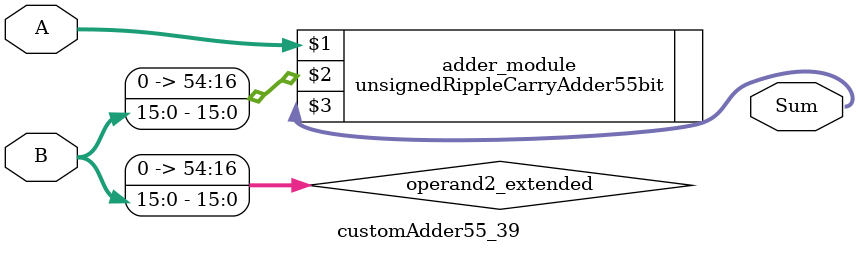
<source format=v>
module customAdder55_39(
                        input [54 : 0] A,
                        input [15 : 0] B,
                        
                        output [55 : 0] Sum
                );

        wire [54 : 0] operand2_extended;
        
        assign operand2_extended =  {39'b0, B};
        
        unsignedRippleCarryAdder55bit adder_module(
            A,
            operand2_extended,
            Sum
        );
        
        endmodule
        
</source>
